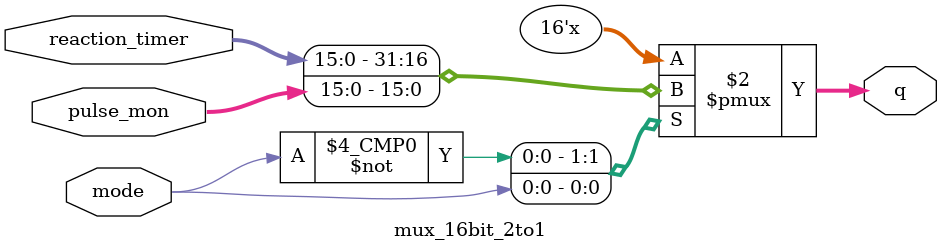
<source format=sv>
`timescale 1ns / 1ps


module mux_16bit_2to1(input logic mode,
					  input logic [15:0] reaction_timer ,pulse_mon,
					  output logic [15:0] q ); 

always_comb 
	case(mode)
	// SW0 is off, so mode is reaction timer
		1'd0 : q = reaction_timer ; 
	// SW1 is on, so mode is pulse moniter 
		1'd1 : q = pulse_mon ; 


		default : q = 16'd0; 

	endcase 
endmodule


</source>
